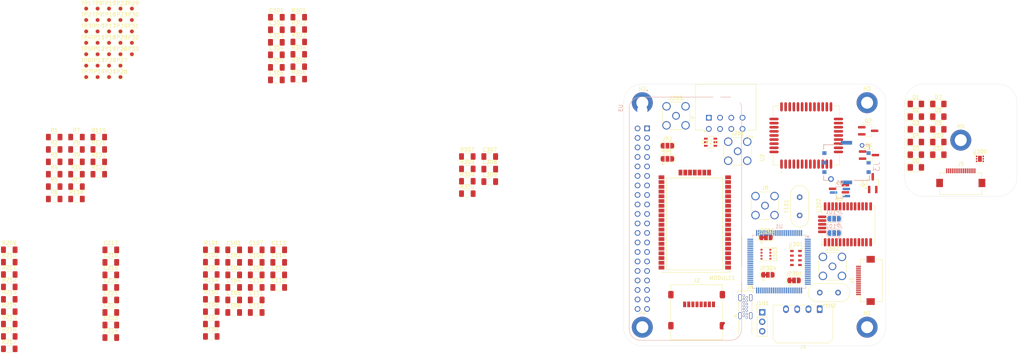
<source format=kicad_pcb>
(kicad_pcb (version 20241229) (generator "pcbnew") (generator_version "9.0")
  (layers (0 "F.Cu" signal) (2 "B.Cu" signal) (13 "F.Paste" user) (15 "B.Paste" user) (5 "F.SilkS" user "F.Silkscreen") (7 "B.SilkS" user "B.Silkscreen") (1 "F.Mask" user) (3 "B.Mask" user) (25 "Edge.Cuts" user))
  (net 0 "")
  (net 1 "GND")
  (net 2 "NRST")
  (net 3 "OSC32_OUT")
  (net 4 "OSC32_IN")
  (net 5 "OSC8_IN")
  (net 6 "OSC8_OUT")
  (net 7 "VDDA")
  (net 8 "VBAT")
  (net 9 "Net-(J2-VDD)")
  (net 10 "SIM_VDD")
  (net 11 "SIM_GND")
  (net 12 "Net-(J3-RST)")
  (net 13 "Net-(J3-CLK)")
  (net 14 "Net-(J3-I{slash}O)")
  (net 15 "Net-(U2-VDD_EXT)")
  (net 16 "VCC")
  (net 17 "+3.3V")
  (net 18 "Net-(U303-VDDIO)")
  (net 20 "SWCLK")
  (net 21 "SWDIO")
  (net 22 "SD_DOBROTA")
  (net 23 "SD_SCK")
  (net 24 "SD_MOSI")
  (net 25 "SD_CS")
  (net 29 "Net-(J201-In)")
  (net 30 "Net-(J205-In)")
  (net 31 "CON_DN")
  (net 32 "CON_DP")
  (net 33 "Net-(JP1-A)")
  (net 34 "SYS2_TX")
  (net 35 "Net-(JP2-A)")
  (net 36 "SYS2_RX")
  (net 37 "Net-(JP101-C)")
  (net 38 "LORA_RESET")
  (net 39 "UART1_RX")
  (net 42 "MS_DIAG_EXT")
  (net 47 "TPM_DIAG_EXT")
  (net 57 "UART1_TX")
  (net 62 "Net-(Q1-B)")
  (net 63 "Net-(Q1-C)")
  (net 64 "GSM_NETWORK_LED")
  (net 65 "Net-(Q2-B)")
  (net 66 "LOC_GPS")
  (net 67 "Net-(Q3-B)")
  (net 68 "PPS_GPS")
  (net 69 "Net-(Q4-B)")
  (net 70 "BOOT0")
  (net 71 "BOOT1")
  (net 72 "SIM_RST")
  (net 73 "SIM_CLK")
  (net 74 "SIM_DATA")
  (net 75 "PWRKEY")
  (net 76 "Net-(U2-NETLIGHT)")
  (net 77 "USB_DN")
  (net 78 "USB_DP")
  (net 79 "Net-(U300-ADD0)")
  (net 80 "Net-(JP102-C)")
  (net 81 "BME_DIAG_EXT")
  (net 82 "GPS_DIAG_EXT")
  (net 86 "I2C_SCL")
  (net 87 "Net-(D1-K)")
  (net 89 "LA")
  (net 90 "LOG_DIAG")
  (net 92 "Net-(D2-K)")
  (net 93 "LORA_DIAG")
  (net 94 "I2C_SDA")
  (net 97 "UART4_RX")
  (net 98 "Net-(D3-K)")
  (net 99 "UART3_TX")
  (net 100 "UART3_RX")
  (net 103 "Net-(JP301-C)")
  (net 106 "UART2_RX")
  (net 108 "MS_DIAG")
  (net 112 "UV")
  (net 115 "Net-(JP302-C)")
  (net 116 "Net-(D4-K)")
  (net 121 "GPS_RFIN")
  (net 122 "TPM_DIAG")
  (net 125 "Net-(D5-K)")
  (net 126 "UART5_RX")
  (net 127 "BME_DIAG")
  (net 138 "UART5_TX")
  (net 144 "UART4_TX")
  (net 145 "UART2_TX")
  (net 172 "Net-(C308-Pad2)")
  (net 173 "Net-(J302-Ext)")
  (net 181 "Net-(J6-CC2)")
  (net 182 "Net-(J6-CC1)")
  (net 187 "Net-(JP304-C)")
  (net 188 "Net-(R302-Pad1)")
  (net 189 "RPI_I2C_SCL")
  (net 190 "RPI_I2C_SDA")
  (net 193 "Net-(D6-K)")
  (net 202 "+5V")
  (net 218 "GPS_DIAG")
  (net 219 "Net-(D7-K)")
  (net 220 "GSM_DIAG")
  (net 221 "Net-(D8-K)")
  (net 222 "PSU_DIAG")
  (net 223 "Net-(D9-K)")
  (net 224 "Net-(D10-K)")
  (net 225 "SYS2_DIAG")
  (net 226 "RPI_DIAG")
  (net 227 "Net-(D11-K)")
  (net 228 "GSM_DIAG_EXT")
  (net 229 "PSU_DIAG_EXT")
  (net 230 "SYS2_DIAG_EXT")
  (net 231 "RPI_DIAG_EXT")
  (net 232 "LORA_DIAG_EXT")
  (net 233 "LOG_DIAG_EXT")
  (net 234 "LA_EXT")
  (net 237 "I2C_SCL_EXT")
  (net 238 "I2C_SDA_EXT")
  (net 239 "LORA_TEST1")
  (net 240 "LORA_TEST0")
  (net 241 "3D_FIX_GPS")
  (net 242 "GPS_PPS")
  (net 244 "Net-(Q5-B)")
  (net 245 "Net-(Q5-C)")
  (net 246 "GPS_RFOUT")
  (net 247 "GPS_RESET")
  (footprint "Resistor_SMD:R_1206_3216Metric_Pad1.30x1.75mm_HandSolder" (layer "F.Cu") (at 45.79 77.87)
    (property "Reference" "R307")
    (property "Value" "0")
  )
  (footprint "TestPoint:TestPoint_Pad_D1.0mm" (layer "F.Cu") (at -55.945 47.49)
    (property "Reference" "TP4")
    (property "Value" "TestPoint")
  )
  (footprint "USB-C:MOLEX_2169890001" (layer "F.Cu") (at 120 125.5)
    (property "Reference" "J6")
    (property "Value" "2169890001")
  )
  (footprint "Capacitor_SMD:C_1206_3216Metric_Pad1.33x1.80mm_HandSolder" (layer "F.Cu") (at -10.565 106.17)
    (property "Reference" "C108")
    (property "Value" "100nF")
  )
  (footprint "Capacitor_SMD:C_1206_3216Metric_Pad1.33x1.80mm_HandSolder" (layer "F.Cu") (at -5.185 47.35)
    (property "Reference" "C303")
    (property "Value" "100n")
  )
  (footprint "Resistor_SMD:R_1206_3216Metric_Pad1.30x1.75mm_HandSolder" (layer "F.Cu") (at -76.475 122.66)
    (property "Reference" "R215")
    (property "Value" "100K")
  )
  (footprint "Resistor_SMD:R_1206_3216Metric_Pad1.30x1.75mm_HandSolder" (layer "F.Cu") (at 0.795 43.94)
    (property "Reference" "R302")
    (property "Value" "10k")
  )
  (footprint "TestPoint:TestPoint_Pad_D1.0mm" (layer "F.Cu") (at -52.895 53.59)
    (property "Reference" "TP13")
    (property "Value" "TestPoint")
  )
  (footprint "Resistor_SMD:R_1206_3216Metric_Pad1.30x1.75mm_HandSolder" (layer "F.Cu") (at -64.485 75.99)
    (property "Reference" "R2")
    (property "Value" "160R")
  )
  (footprint "Capacitor_SMD:C_1206_3216Metric_Pad1.33x1.80mm_HandSolder" (layer "F.Cu") (at 51.77 77.89)
    (property "Reference" "C307")
    (property "Value" "0")
  )
  (footprint "TestPoint:TestPoint_Pad_D1.0mm" (layer "F.Cu") (at -55.945 38.34)
    (property "Reference" "TP1")
    (property "Value" "TestPoint")
  )
  (footprint "TestPoint:TestPoint_Pad_D1.0mm" (layer "F.Cu") (at -52.895 41.39)
    (property "Reference" "TP9")
    (property "Value" "TestPoint")
  )
  (footprint "TestPoint:TestPoint_Pad_D1.0mm" (layer "F.Cu") (at -46.795 56.64)
    (property "Reference" "TP28")
    (property "Value" "TestPoint")
  )
  (footprint "Resistor_SMD:R_1206_3216Metric_Pad1.30x1.75mm_HandSolder" (layer "F.Cu") (at -64.485 85.92)
    (property "Reference" "R5")
    (property "Value" "160R")
  )
  (footprint "Connector_FFC-FPC:Hirose_FH12-16S-0.5SH_1x16-1MP_P0.50mm_Horizontal" (layer "F.Cu") (at 152.05 111 90)
    (property "Reference" "J1")
    (property "Value" "Conn_02x08_Counter_Clockwise_MountingPin")
  )
  (footprint "Resistor_SMD:R_1206_3216Metric_Pad1.30x1.75mm_HandSolder" (layer "F.Cu") (at -76.475 112.73)
    (property "Reference" "R212")
    (property "Value" "22R")
  )
  (footprint "Capacitor_SMD:C_1206_3216Metric_Pad1.33x1.80mm_HandSolder" (layer "F.Cu") (at -16.575 119.57)
    (property "Reference" "C106")
    (property "Value" "10uF")
  )
  (footprint "LED_SMD:LED_1206_3216Metric_Pad1.42x1.75mm_HandSolder" (layer "F.Cu") (at 171.5125 77.39)
    (property "Reference" "D11")
    (property "Value" "LED")
  )
  (footprint "Resistor_SMD:R_1206_3216Metric_Pad1.30x1.75mm_HandSolder" (layer "F.Cu") (at -22.555 119.35)
    (property "Reference" "R106")
    (property "Value" "10K")
  )
  (footprint "Capacitor_SMD:C_1206_3216Metric_Pad1.33x1.80mm_HandSolder" (layer "F.Cu") (at -16.575 102.82)
    (property "Reference" "C101")
    (property "Value" "100nF")
  )
  (footprint "Resistor_SMD:R_1206_3216Metric_Pad1.30x1.75mm_HandSolder" (layer "F.Cu") (at 0.795 57.18)
    (property "Reference" "R306")
    (property "Value" "1K")
  )
  (footprint "LED_SMD:LED_1206_3216Metric_Pad1.42x1.75mm_HandSolder" (layer "F.Cu") (at 165.5175 70.61)
    (property "Reference" "D3")
    (property "Value" "LED")
  )
  (footprint "TestPoint:TestPoint_Pad_D1.0mm" (layer "F.Cu") (at -46.795 41.39)
    (property "Reference" "TP23")
    (property "Value" "TestPoint")
  )
  (footprint "LED_SMD:LED_1206_3216Metric_Pad1.42x1.75mm_HandSolder" (layer "F.Cu") (at 165.5175 77.39)
    (property "Reference" "D5")
    (property "Value" "LED")
  )
  (footprint "Resistor_SMD:R_1206_3216Metric_Pad1.30x1.75mm_HandSolder" (layer "F.Cu") (at -58.535 89.23)
    (property "Reference" "R118")
    (property "Value" "27R")
  )
  (footprint "Resistor_SMD:R_1206_3216Metric_Pad1.30x1.75mm_HandSolder" (layer "F.Cu") (at -76.475 116.04)
    (property "Reference" "R213")
    (property "Value" "22R")
  )
  (footprint "TestPoint:TestPoint_Pad_D1.0mm" (layer "F.Cu") (at -52.895 47.49)
    (property "Reference" "TP11")
    (property "Value" "TestPoint")
  )
  (footprint "Package_TO_SOT_SMD:TSOT-23_HandSoldering" (layer "F.Cu") (at 152.79 71)
    (property "Reference" "Q2")
    (property "Value" "NPN")
  )
  (footprint "Jumper:SolderJumper-3_P1.3mm_Bridged12_RoundedPad1.0x1.5mm" (layer "F.Cu") (at 126 109.5)
    (property "Reference" "JP304")
    (property "Value" "SolderJumper_3_Bridged12")
  )
  (footprint "Capacitor_SMD:C_1206_3216Metric_Pad1.33x1.80mm_HandSolder" (layer "F.Cu") (at -49.375 116.22)
    (property "Reference" "C221")
    (property "Value" "33pF")
  )
  (footprint "Capacitor_SMD:C_1206_3216Metric_Pad1.33x1.80mm_HandSolder" (layer "F.Cu") (at -49.375 122.92)
    (property "Reference" "C223")
    (property "Value" "4.7uF")
  )
  (footprint "TestPoint:TestPoint_Pad_D1.0mm" (layer "F.Cu") (at -49.845 41.39)
    (property "Reference" "TP16")
    (property "Value" "TestPoint")
  )
  (footprint "Resistor_SMD:R_1206_3216Metric_Pad1.30x1.75mm_HandSolder" (layer "F.Cu") (at 45.79 84.49)
    (property "Reference" "R309")
    (property "Value" "1K")
  )
  (footprint "Resistor_SMD:R_1206_3216Metric_Pad1.30x1.75mm_HandSolder" (layer "F.Cu") (at 0.795 47.25)
    (property "Reference" "R303")
    (property "Value" "100K")
  )
  (footprint "Resistor_SMD:R_1206_3216Metric_Pad1.30x1.75mm_HandSolder" (layer "F.Cu") (at 0.795 50.56)
    (property "Reference" "R304")
    (property "Value" "1K")
  )
  (footprint "Capacitor_SMD:C_1206_3216Metric_Pad1.33x1.80mm_HandSolder" (layer "F.Cu") (at -49.375 102.82)
    (property "Reference" "C217")
    (property "Value" "100nF")
  )
  (footprint "footprints:TSOT26_DIO" (layer "F.Cu") (at 110.72365 74.049999)
    (property "Reference" "CR201")
    (property "Value" "D1213A-04TS-7")
  )
  (footprint "Capacitor_SMD:C_1206_3216Metric_Pad1.33x1.80mm_HandSolder" (layer "F.Cu") (at -5.185 54.05)
    (property "Reference" "C305")
    (property "Value" "100n")
  )
  (footprint "Resistor_SMD:R_1206_3216Metric_Pad1.30x1.75mm_HandSolder" (layer "F.Cu") (at -52.585 72.68)
    (property "Reference" "R119")
    (property "Value" "27R")
  )
  (footprint "Capacitor_SMD:C_1206_3216Metric_Pad1.33x1.80mm_HandSolder" (layer "F.Cu") (at -10.565 102.82)
    (property "Reference" "C107")
    (property "Value" "10uF")
  )
  (footprint "Capacitor_SMD:C_1206_3216Metric_Pad1.33x1.80mm_HandSolder" (layer "F.Cu") (at -49.375 119.57)
    (property "Reference" "C222")
    (property "Value" "33pF")
  )
  (footprint "Jumper:SolderJumper-3_P1.3mm_Bridged12_RoundedPad1.0x1.5mm" (layer "F.Cu") (at 125.5 99.5)
    (property "Reference" "JP302")
    (property "Value" "SolderJumper_3_Bridged12")
  )
  (footprint "TestPoint:TestPoint_Pad_D1.0mm" (layer "F.Cu") (at -55.945 53.59)
    (property "Reference" "TP6")
    (property "Value" "TestPoint")
  )
  (footprint "Capacitor_SMD:C_1206_3216Metric_Pad1.33x1.80mm_HandSolder" (layer "F.Cu") (at 51.77 84.59)
    (property "Reference" "C309")
    (property "Value" "100p")
  )
  (footprint "Connector_FFC-FPC:Hirose_FH12-16S-0.5SH_1x16-1MP_P0.50mm_Horizontal" (layer "F.Cu") (at 177.5 83.55)
    (property "Reference" "J5")
    (property "Value" "Conn_02x08_Counter_Clockwise_MountingPin")
  )
  (footprint "TestPoint:TestPoint_Pad_D1.0mm" (layer "F.Cu") (at -43.745 44.44)
    (property "Reference" "TP31")
    (property "Value" "TestPoint")
  )
  (footprint "TestPoint:TestPoint_Pad_D1.0mm" (layer "F.Cu") (at -52.895 50.54)
    (property "Reference" "TP12")
    (property "Value" "TestPoint")
  )
  (footprint "Connector_PinHeader_2.54mm:PinHeader_1x03_P2.54mm_Vertical" (layer "F.Cu") (at 124.5 119.5)
    (property "Reference" "J101")
    (property "Value" "Conn_01x03_Pin")
  )
  (footprint "TestPoint:TestPoint_Pad_D1.0mm" (layer "F.Cu") (at -52.895 44.44)
    (property "Reference" "TP10")
    (property "Value" "TestPoint")
  )
  (footprint "Capacitor_SMD:C_1206_3216Metric_Pad1.33x1.80mm_HandSolder" (layer "F.Cu") (at -10.565 112.87)
    (property "Reference" "C110")
    (property "Value" "100nF")
  )
  (footprint "Connector_Card:microSD_HC_Molex_47219-2001" (layer "F.Cu") (at 107 119.5)
    (property "Reference" "J2")
    (property "Value" "Micro_SD_Card")
  )
  (footprint "TestPoint:TestPoint_Pad_D1.0mm" (layer "F.Cu") (at -49.845 44.44)
    (property "Reference" "TP17")
    (property "Value" "TestPoint")
  )
  (footprint "TestPoint:TestPoint_Pad_D1.0mm" (layer "F.Cu") (at -52.895 38.34)
    (property "Reference" "TP8")
    (property "Value" "TestPoint")
  )
  (footprint "Capacitor_SMD:C_1206_3216Metric_Pad1.33x1.80mm_HandSolder" (layer "F.Cu") (at -5.185 40.65)
    (property "Reference" "C301")
    (property "Value" "100n")
  )
  (footprint "Resistor_SMD:R_1206_3216Metric_Pad1.30x1.75mm_HandSolder" (layer "F.Cu") (at -22.555 109.42)
    (property "Reference" "R103")
    (property "Value" "10K")
  )
  (footprint "Connector_Coaxial:SMA_Amphenol_132134-16_Vertical" (layer "F.Cu") (at 117.96 76.46)
    (property "Reference" "J201")
    (property "Value" "~")
  )
  (footprint "TestPoint:TestPoint_Pad_D1.0mm" (layer "F.Cu") (at -46.795 50.54)
    (property "Reference" "TP26")
    (property "Value" "TestPoint")
  )
  (footprint "MountingHole:MountingHole_3.2mm_M3_DIN965_Pad_TopBottom" (layer "F.Cu") (at 92.5 63.5)
    (property "Reference" "H2")
    (property "Value" "MountingHole_Pad")
  )
  (footprint "TestPoint:TestPoint_Pad_D1.0mm" (layer "F.Cu") (at -46.795 47.49)
    (property "Reference" "TP25")
    (property "Value" "TestPoint")
  )
  (footprint "Resistor_SMD:R_1206_3216Metric_Pad1.30x1.75mm_HandSolder" (layer "F.Cu") (at -22.555 125.97)
    (property "Reference" "R108")
    (property "Value" "10K")
  )
  (footprint "Capacitor_SMD:C_1206_3216Metric_Pad1.33x1.80mm_HandSolder" (layer "F.Cu") (at -10.565 109.52)
    (property "Reference" "C109")
    (property "Value" "100nF")
  )
  (footprint "TestPoint:TestPoint_Pad_D1.0mm" (layer "F.Cu") (at -55.945 41.39)
    (property "Reference" "TP2")
    (property "Value" "TestPoint")
  )
  (footprint "Resistor_SMD:R_1206_3216Metric_Pad1.30x1.75mm_HandSolder" (layer "F.Cu") (at -52.585 82.61)
    (property "Reference" "R122")
    (property "Value" "5K1")
  )
  (footprint "TestPoint:TestPoint_Pad_D1.0mm" (layer "F.Cu") (at -55.945 50.54)
    (property "Reference" "TP5")
    (property "Value" "TestPoint")
  )
  (footprint "Capacitor_SMD:C_1206_3216Metric_Pad1.33x1.80mm_HandSolder" (layer "F.Cu") (at -16.575 106.17)
    (property "Reference" "C102")
    (property "Value" "22pF")
  )
  (footprint "Package_TO_SOT_SMD:TSOT-23_HandSoldering" (layer "F.Cu") (at 145 86.5 180)
    (property "Reference" "Q3")
    (property "Value" "NPN")
  )
  (footprint "Connector_Molex:Molex_Micro-Fit_3.0_43650-0400_1x04_P3.00mm_Horizontal" (layer "F.Cu") (at 139.85 118.68 180)
    (property "Reference" "J4")
    (property "Value" "Conn_01x04_Pin")
  )
  (footprint "Capacitor_SMD:C_1206_3216Metric_Pad1.33x1.80mm_HandSolder" (layer "F.Cu") (at -10.565 116.22)
    (property "Reference" "C111")
    (property "Value" "100nF")
  )
  (footprint "Jumper:SolderJumper-3_P1.3mm_Open_RoundedPad1.0x1.5mm" (layer "F.Cu") (at 99.2 75)
    (property "Reference" "JP2")
    (property "Value" "SolderJumper_3_Open")
  )
  (footprint "TestPoint:TestPoint_Pad_D1.0mm" (layer "F.Cu") (at -43.745 47.49)
    (property "Reference" "TP32")
    (property "Value" "TestPoint")
  )
  (footprint "Capacitor_SMD:C_1206_3216Metric_Pad1.33x1.80mm_HandSolder" (layer "F.Cu") (at -49.375 109.52)
    (property "Reference" "C219")
    (property "Value" "33pF")
  )
  (footprint "MountingHole:MountingHole_3.2mm_M3_DIN965_Pad_TopBottom" (layer "F.Cu") (at 92.5 123.5)
    (property "Reference" "H4")
    (property "Value" "MountingHole_Pad")
  )
  (footprint "LED_SMD:LED_1206_3216Metric_Pad1.42x1.75mm_HandSolder" (layer "F.Cu") (at 171.5125 70.61)
    (property "Reference" "D9")
    (property "Value" "LED")
  )
  (footprint "LED_SMD:LED_1206_3216Metric_Pad1.42x1.75mm_HandSolder" (layer "F.Cu") (at 165.5175 80.78)
    (property "Reference" "D6")
    (property "Value" "LED")
  )
  (footprint "LED_SMD:LED_1206_3216Metric_Pad1.42x1.75mm_HandSolder" (layer "F.Cu") (at 171.5125 63.83)
    (property "Reference" "D7")
    (property "Value" "LED")
  )
  (footprint "Resistor_SMD:R_1206_3216Metric_Pad1.30x1.75mm_HandSolder" (layer "F.Cu") (at -76.475 102.8)
    (property "Reference" "R209")
    (property "Value" "10k")
  )
  (footprint "Capacitor_SMD:C_1206_3216Metric_Pad1.33x1.80mm_HandSolder" (layer "F.Cu") (at -4.555 106.17)
    (property "Reference" "C114")
    (property "Value" "100nF")
  )
  (footprint "TestPoint:TestPoint_Pad_D1.0mm" (layer "F.Cu") (at -49.845 56.64)
    (property "Reference" "TP21")
    (property "Value" "TestPoint")
  )
  (footprint "Capacitor_SMD:C_1206_3216Metric_Pad1.33x1.80mm_HandSolder" (layer "F.Cu") (at -5.185 50.7)
    (property "Reference" "C304")
    (property "Value" "100n")
  )
  (footprint "Resistor_SMD:R_1206_3216Metric_Pad1.30x1.75mm_HandSolder" (layer "F.Cu") (at -58.535 72.68)
    (property "Reference" "R7")
    (property "Value" "160R")
  )
  (footprint "Capacitor_SMD:C_1206_3216Metric_Pad1.33x1.80mm_HandSolder" (layer "F.Cu") (at -16.575 109.52)
    (property "Reference" "C103")
    (property "Value" "22pF")
  )
  (footprint "Resistor_SMD:R_1206_3216Metric_Pad1.30x1.75mm_HandSolder" (layer "F.Cu") (at -76.475 125.97)
    (property "Reference" "R216")
    (property "Value" "100K")
  )
  (footprint "Connector_Coaxial:SMA_Amphenol_132134-16_Vertical" (layer "F.Cu") (at 101.5 67)
    (property "Reference" "J205")
    (property "Value" "~")
  )
  (footprint "Package_SON:WSON-6-1EP_2x2mm_P0.65mm_EP1x1.6mm" (layer "F.Cu") (at 182.6125 78.5)
    (property "Reference" "U300")
    (property "Value" "TMP117xxDRV")
  )
  (footprint "Capacitor_SMD:C_1206_3216Metric_Pad1.33x1.80mm_HandSolder" (layer "F.Cu") (at -4.555 112.87)
    (property "Reference" "C116")
    (property "Value" "100nF")
  )
  (footprint "RF_GPS:Quectel_L96" (layer "F.Cu") (at 147.5 96 90)
    (property "Reference" "U302")
    (property "Value" "L96-M33")
  )
  (footprint "Resistor_SMD:R_1206_3216Metric_Pad1.30x1.75mm_HandSolder" (layer "F.Cu") (at -58.535 75.99)
    (property "Reference" "R8")
    (property "Value" "160R")
  )
  (footprint "Resistor_SMD:R_1206_3216Metric_Pad1.30x1.75mm_HandSolder" (layer "F.Cu") (at -64.485 89.23)
    (property "Reference" "R6")
    (property "Value" "160R")
  )
  (footprint "Resistor_SMD:R_1206_3216Metric_Pad1.30x1.75mm_HandSolder" (layer "F.Cu") (at -58.535 79.3)
    (property "Reference" "R9")
    (property "Value" "160R")
  )
  (footprint "Resistor_SMD:R_1206_3216Metric_Pad1.30x1.75mm_HandSolder" (layer "F.Cu") (at -64.485 79.3)
    (property "Reference" "R3")
    (property "Value" "160R")
  )
  (footprint "TestPoint:TestPoint_Pad_D1.0mm" (layer "F.Cu") (at -46.795 38.34)
    (property "Reference" "TP22")
    (property "Value" "TestPoint")
  )
  (footprint "RN2483-I_RM095:MICROCHIP_RN2483-I_RM095" (layer "F.Cu") (at 106.5 95.5 180)
    (property "Reference" "MODULE1")
    (property "Value" "RN2483-I_RM095")
  )
  (footprint "TestPoint:TestPoint_Pad_D1.0mm" (layer "F.Cu") (at -49.845 47.49)
    (property "Reference" "TP18")
    (property "Value" "TestPoint")
  )
  (footprint "TestPoint:TestPoint_Pad_D1.0mm" (layer "F.Cu") (at -55.945 56.64)
    (property "Reference" "TP7")
    (property "Value" "TestPoint")
  )
  (footprint "MountingHole:MountingHole_3.2mm_M3_DIN965_Pad_TopBottom" (layer "F.Cu") (at 177.5 73.5)
    (property "Reference" "H5")
    (property "Value" "MountingHole_Pad")
  )
  (footprint "Crystal:Crystal_HC49-U_Vertical" (layer "F.Cu") (at 144.75 114.25 180)
    (property "Reference" "Y102")
    (property "Value" "32.768KHz")
  )
  (footprint "Resistor_SMD:R_1206_3216Metric_Pad1.30x1.75mm_HandSolder" (layer "F.Cu") (at -22.555 112.73)
    (property "Reference" "R104")
    (property "Value" "1M")
  )
  (footprint "TestPoint:TestPoint_Pad_D1.0mm" (layer "F.Cu") (at -43.745 38.34)
    (property "Reference" "TP29")
    (property "Value" "TestPoint")
  )
  (footprint "Resistor_SMD:R_1206_3216Metric_Pad1.30x1.75mm_HandSolder" (layer "F.Cu") (at 0.795 40.63)
    (property "Reference" "R301")
    (property "Value" "10k")
  )
  (footprint "430450800:MOLEX_430450800" (layer "F.Cu") (at 110.25 67.5 180)
    (property "Reference" "J7")
    (property "Value" "430450800")
  )
  (footprint "TestPoint:TestPoint_Pad_D1.0mm" (layer "F.Cu") (at -46.795 53.59)
    (property "Reference" "TP27")
    (property "Value" "TestPoint")
  )
  (footprint "Capacitor_SMD:C_1206_3216Metric_Pad1.33x1.80mm_HandSolder" (layer "F.Cu") (at -16.575 112.87)
    (property "Reference" "C104")
    (property "Value" "22pF")
  )
  (footprint "Resistor_SMD:R_1206_3216Metric_Pad1.30x1.75mm_HandSolder" (layer "F.Cu") (at -22.555 102.8)
    (property "Reference" "R101")
    (property "Value" "10K")
  )
  (footprint "Resistor_SMD:R_1206_3216Metric_Pad1.30x1.75mm_HandSolder" (layer "F.Cu") (at -64.485 82.61)
    (property "Reference" "R4")
    (property "Value" "160R")
  )
  (footprint "Connector_Coaxial:SMA_Amphenol_132134-16_Vertical" (layer "F.Cu") (at 125.25 91)
    (property "Reference" "J8")
    (property "Value" "~")
  )
  (footprint "Resistor_SMD:R_1206_3216Metric_Pad1.30x1.75mm_HandSolder" (layer "F.Cu") (at -58.535 82.61)
    (property "Reference" "R10")
    (property "Value" "160R")
  )
  (footprint "TestPoint:TestPoint_Pad_D1.0mm" (layer "F.Cu") (at -43.745 41.39)
    (property "Reference" "TP30")
    (property "Value" "TestPoint")
  )
  (footprint "Jumper:SolderJumper-3_P1.3mm_Bridged12_RoundedPad1.0x1.5mm" (layer "F.Cu") (at 133 111)
    (property "Reference" "JP301")
    (property "Value" "SolderJumper_3_Bridged12")
  )
  (footprint "Capacitor_SMD:C_1206_3216Metric_Pad1.33x1.80mm_HandSolder" (layer "F.Cu") (at -4.555 102.82)
    (property "Reference" "C113")
    (property "Value" "100nF")
  )
  (footprint "Package_LGA:Bosch_LGA-8_3x3mm_P0.8mm_ClockwisePinNumbering" (layer "F.Cu") (at 125.5 104 -90)
    (property "Reference" "U303")
    (property "Value" "BME680")
  )
  (footprint "Capacitor_SMD:C_1206_3216Metric_Pad1.33x1.80mm_HandSolder" (layer "F.Cu") (at -49.375 112.87)
    (property "Reference" "C220")
    (property "Value" "100nF")
  )
  (footprint "Resistor_SMD:R_1206_3216Metric_Pad1.30x1.75mm_HandSolder" (layer "F.Cu") (at 0.795 53.87)
    (property "Reference" "R305")
    (property "Value" "100K")
  )
  (footprint "M65:XCVR_M65" (layer "F.Cu") (at 136.25 72.25 90)
    (property "Reference" "U2")
    (property "Value" "M65")
  )
  (footprint "LED_SMD:LED_1206_3216Metric_Pad1.42x1.75mm_HandSolder" (layer "F.Cu") (at 171.5125 74)
    (property "Reference" "D10")
    (property "Value" "LED")
  )
  (footprint "Resistor_SMD:R_1206_3216Metric_Pad1.30x1.75mm_HandSolder" (layer "F.Cu") (at -52.585 75.99)
    (property "Reference" "R120")
    (property "Value" "1K5")
  )
  (footprint "Jumper:SolderJumper-3_P1.3mm_Open_RoundedPad1.0x1.5mm" (layer "F.Cu") (at 99.2 78.5)
    (property "Reference" "JP1")
    (property "Value" "SolderJumper_3_Open")
  )
  (footprint "TestPoint:TestPoint_Pad_D1.0mm" (layer "F.Cu") (at -49.845 50.54)
    (property "Reference" "TP19")
    (property "Value" "TestPoint")
  )
  (footprint "LED_SMD:LED_1206_3216Metric_Pad1.42x1.75mm_HandSolder" (layer "F.Cu") (at 171.5125 67.22)
    (property "Reference" "D8")
    (property "Value" "LED")
  )
  (footprint "Package_TO_SOT_SMD:TSOT-23_HandSoldering" (layer "F.Cu") (at 154 85 90)
    (property "Reference" "Q4")
    (property "Value" "NPN")
  )
  (footprint "Capacitor_SMD:C_1206_3216Metric_Pad1.33x1.80mm_HandSolder" (layer "F.Cu") (at 51.77 81.24)
    (property "Reference" "C308")
    (property "Value" "0")
  )
  (footprint "Package_LGA:LGA-8_3x5mm_P1.25mm" (layer "F.Cu") (at 133.5 105)
    (property "Reference" "U301")
    (property "Value" "MS5611-01BA")
  )
  (footprint "Resistor_SMD:R_1206_3216Metric_Pad1.30x1.75mm_HandSolder" (layer "F.Cu") (at -76.475 129.28)
    (property "Reference" "R217")
    (property "Value" "1K")
  )
  (footprint "Resistor_SMD:R_1206_3216Metric_Pad1.30x1.75mm_HandSolder" (layer "F.Cu") (at -22.555 116.04)
    (property "Reference" "R105")
    (property "Value" "10K")
  )
  (footprint "MountingHole:MountingHole_3.2mm_M3_DIN965_Pad_TopBottom" (layer "F.Cu") (at 152.5 123.5)
    (property "Reference" "H1")
    (property "Value" "MountingHole_Pad")
  )
  (footprint "LED_SMD:LED_1206_3216Metric_Pad1.42x1.75mm_HandSolder" (layer "F.Cu") (at 165.5175 67.22)
    (property "Reference" "D2")
    (property "Value" "LED")
  )
  (footprint "Capacitor_SMD:C_1206_3216Metric_Pad1.33x1.80mm_HandSolder" (layer "F.Cu") (at -5.185 57.4)
    (property "Reference" "C306")
    (property "Value" "100n")
  )
  (footprint "Resistor_SMD:R_1206_3216Metric_Pad1.30x1.75mm_HandSolder" (layer "F.Cu") (at -64.485 72.68)
    (property "Reference" "R1")
    (property "Value" "160R")
  )
  (footprint "Resistor_SMD:R_1206_3216Metric_Pad1.30x1.75mm_HandSolder" (layer "F.Cu") (at -58.535 85.92)
    (property "Reference" "R11")
    (property "Value" "160R")
  )
  (footprint "Resistor_SMD:R_1206_3216Metric_Pad1.30x1.75mm_HandSolder" (layer "F.Cu") (at 45.79 87.8)
    (property "Reference" "R310")
    (property "Value" "1K")
  )
  (footprint "Package_TO_SOT_SMD:TSOT-23_HandSoldering" (layer "F.Cu") (at 153 77.5)
    (property "Reference" "Q1")
    (property "Value" "NPN")
  )
  (footprint "MountingHole:MountingHole_3.2mm_M3_DIN965_Pad_TopBottom" (layer "F.Cu") (at 152.5 63.5)
    (property "Reference" "H3")
    (property "Value" "MountingHole_Pad")
  )
  (footprint "Capacitor_SMD:C_1206_3216Metric_Pad1.33x1.80mm_HandSolder" (layer "F.Cu") (at -4.555 109.52)
    (property "Reference" "C115")
    (property "Value" "100nF")
  )
  (footprint "Connector_Coaxial:SMA_Amphenol_132134-16_Vertical" (layer "F.Cu") (at 143.25 107.25)
    (property "Reference" "J302")
    (property "Value" "~")
  )
  (footprint "Capacitor_SMD:C_1206_3216Metric_Pad1.33x1.80mm_HandSolder" (layer "F.Cu") (at -10.565 119.57)
    (property "Reference" "C112")
    (property "Value" "100nF")
  )
  (footprint "TestPoint:TestPoint_Pad_D1.0mm" (layer "F.Cu") (at -43.745 50.54)
    (property "Reference" "TP33")
    (property "Value" "TestPoint")
  )
  (footprint "LED_SMD:LED_1206_3216Metric_Pad1.42x1.75mm_HandSolder" (layer "F.Cu") (at 165.5175 74)
    (property "Reference" "D4")
    (property "Value" "LED")
  )
  (footprint "Crystal:Crystal_HC49-U_Vertical" (layer "F.Cu") (at 134.5 93.63 90)
    (property "Reference" "Y101")
    (property "Value" "8MHz")
  )
  (footprint "TestPoint:TestPoint_Pad_D1.0mm" (layer "F.Cu") (at -49.845 38.34)
    (property "Reference" "TP15")
    (property "Value" "TestPoint")
  )
  (footprint "Resistor_SMD:R_1206_3216Metric_Pad1.30x1.75mm_HandSolder" (layer "F.Cu") (at -52.585 79.3)
    (property "Reference" "R121")
    (property "Value" "5K1")
  )
  (footprint "Resistor_SMD:R_1206_3216Metric_Pad1.30x1.75mm_HandSolder" (layer "F.Cu") (at -76.475 106.11)
    (property "Reference" "R210")
    (property "Value" "10K")
  )
  (footprint "Resistor_SMD:R_1206_3216Metric_Pad1.30x1.75mm_HandSolder" (layer "F.Cu") (at -76.475 109.42)
    (property "Reference" "R211")
    (property "Value" "22R")
  )
  (footprint "TestPoint:TestPoint_Pad_D1.0mm" (layer "F.Cu") (at -55.945 44.44)
    (property "Reference" "TP3")
    (property "Value" "TestPoint")
  )
  (footprint "TestPoint:TestPoint_Pad_D1.0mm" (layer "F.Cu") (at -49.845 53.59)
    (property "Reference" "TP20")
    (property "Value" "TestPoint")
  )
  (footprint "TestPoint:TestPoint_Pad_D1.0mm" (layer "F.Cu") (at -46.795 44.44)
    (property "Reference" "TP24")
    (property "Value" "TestPoint")
  )
  (footprint "Capacitor_SMD:C_1206_3216Metric_Pad1.33x1.80mm_HandSolder" (layer "F.Cu") (at -49.375 106.17)
    (property "Reference" "C218")
    (property "Value" "33pF")
  )
  (footprint "LED_SMD:LED_1206_3216Metric_Pad1.42x1.75mm_HandSolder" (layer "F.Cu") (at 165.5175 63.83)
    (property "Reference" "D1")
    (property "Value" "LED")
  )
  (footprint "TestPoint:TestPoint_Pad_D1.0mm" (layer "F.Cu") (at -52.895 56.64)
    (property "Reference" "TP14")
    (property "Value" "TestPoint")
  )
  (footprint "Capacitor_SMD:C_1206_3216Metric_Pad1.33x1.80mm_HandSolder" (layer "F.Cu") (at -16.575 116.22)
    (property "Reference" "C105")
    (property "Value" "22pF")
  )
  (footprint "Capacitor_SMD:C_1206_3216Metric_Pad1.33x1.80mm_HandSolder" (layer "F.Cu") (at -5.185 44)
    (property "Reference" "C302")
    (property "Value" "100n")
  )
  (footprint "Resistor_SMD:R_1206_3216Metric_Pad1.30x1.75mm_HandSolder" (layer "F.Cu") (at 45.79 81.18)
    (property "Reference" "R308")
    (property "Value" "0")
  )
  (footprint "Capacitor_SMD:C_1206_3216Metric_Pad1.33x1.80mm_HandSolder" (layer "F.Cu") (at -49.375 126.27)
    (property "Reference" "C224")
    (property "Value" "100nF")
  )
  (footprint "Resistor_SMD:R_1206_3216Metric_Pad1.30x1.75mm_HandSolder" (layer "F.Cu") (at -76.475 119.35)
    (property "Reference" "R214")
    (property "Value" "1K")
  )
  (footprint "Resistor_SMD:R_1206_3216Metric_Pad1.30x1.75mm_HandSolder" (layer "F.Cu") (at -22.555 122.66)
    (property "Reference" "R107")
    (property "Value" "10K")
  )
  (footprint "Resistor_SMD:R_1206_3216Metric_Pad1.30x1.75mm_HandSolder" (layer "F.Cu") (at -22.555 106.11)
    (property "Reference" "R102")
    (property "Value" "10K")
  )
  (footprint "Package_QFP:LQFP-100_14x14mm_P0.5mm" (layer "B.Cu") (at 129 106 180)
    (property "Reference" "U1")
    (property "Value" "STM32F103VETx")
  )
  (footprint "Jumper:SolderJumper-3_P1.3mm_Open_RoundedPad1.0x1.5mm" (layer "B.Cu") (at 143.7 98.335 180)
    (property "Reference" "JP102")
    (property "Value" "SolderJumper_3_Open")
  )
  (footprint "Jumper:SolderJumper-3_P1.3mm_Open_RoundedPad1.0x1.5mm" (layer "B.Cu") (at 143.7 94.5 180)
    (property "Reference" "JP101")
    (property "Value" "SolderJumper_3_Open")
  )
  (footprint "SIM8051-6-0-14-01-X-REVD:GCT_SIM8051-6-0-14-01-X-REVD" (layer "B.Cu") (at 147 79.5 90)
    (property "Reference" "J3")
    (property "Value" "SIM8051-6-0-14-01-X-REVD")
  )
  (footprint "Package_TO_SOT_SMD:TSOT-23_HandSoldering" (layer "B.Cu") (at 145.25 87.5 180)
    (property "Reference" "Q5")
    (property "Value" "NPN")
  )
  (footprint "RPI:MODULE_RASPBERRY_PI_ZERO_2_W" (layer "B.Cu") (at 104 94.5 -90)
    (property "Reference" "U3")
    (property "Value" "RASPBERRY_PI_ZERO_2_W")
  )
  (gr_arc (start 92.5 128.5) (mid 88.964466 127.035534) (end 87.5 123.5) (stroke (width 0.05)) (layer "Edge.Cuts"))
  (gr_line (start 167.5 88.5) (end 187.5 88.5) (stroke (width 0.05)) (layer "Edge.Cuts"))
  (gr_arc (start 87.5 63.5) (mid 88.964466 59.964466) (end 92.5 58.5) (stroke (width 0.05)) (layer "Edge.Cuts"))
  (gr_line (start 162.5 63.5) (end 162.5 83.5) (stroke (width 0.05)) (layer "Edge.Cuts"))
  (gr_arc (start 187.5 58.5) (mid 191.035534 59.964466) (end 192.5 63.5) (stroke (width 0.05)) (layer "Edge.Cuts"))
  (gr_arc (start 157.5 123.5) (mid 156.035534 127.035534) (end 152.5 128.5) (stroke (width 0.05)) (layer "Edge.Cuts"))
  (gr_arc (start 152.5 58.5) (mid 156.035534 59.964466) (end 157.5 63.5) (stroke (width 0.05)) (layer "Edge.Cuts"))
  (gr_arc (start 192.5 83.5) (mid 191.035534 87.035534) (end 187.5 88.5) (stroke (width 0.05)) (layer "Edge.Cuts"))
  (gr_line (start 187.5 58.5) (end 167.5 58.5) (stroke (width 0.05)) (layer "Edge.Cuts"))
  (gr_line (start 157.5 63.5) (end 157.5 123.5) (stroke (width 0.05)) (layer "Edge.Cuts"))
  (gr_line (start 92.5 58.5) (end 152.5 58.5) (stroke (width 0.05)) (layer "Edge.Cuts"))
  (gr_line (start 152.5 128.5) (end 92.5 128.5) (stroke (width 0.05)) (layer "Edge.Cuts"))
  (gr_arc (start 162.5 63.5) (mid 163.964466 59.964466) (end 167.5 58.5) (stroke (width 0.05)) (layer "Edge.Cuts"))
  (gr_line (start 192.5 63.5) (end 192.5 83.5) (stroke (width 0.05)) (layer "Edge.Cuts"))
  (gr_line (start 87.5 123.5) (end 87.5 63.5) (stroke (width 0.05)) (layer "Edge.Cuts"))
  (gr_arc (start 167.5 88.5) (mid 163.964466 87.035534) (end 162.5 83.5) (stroke (width 0.05)) (layer "Edge.Cuts"))
)
</source>
